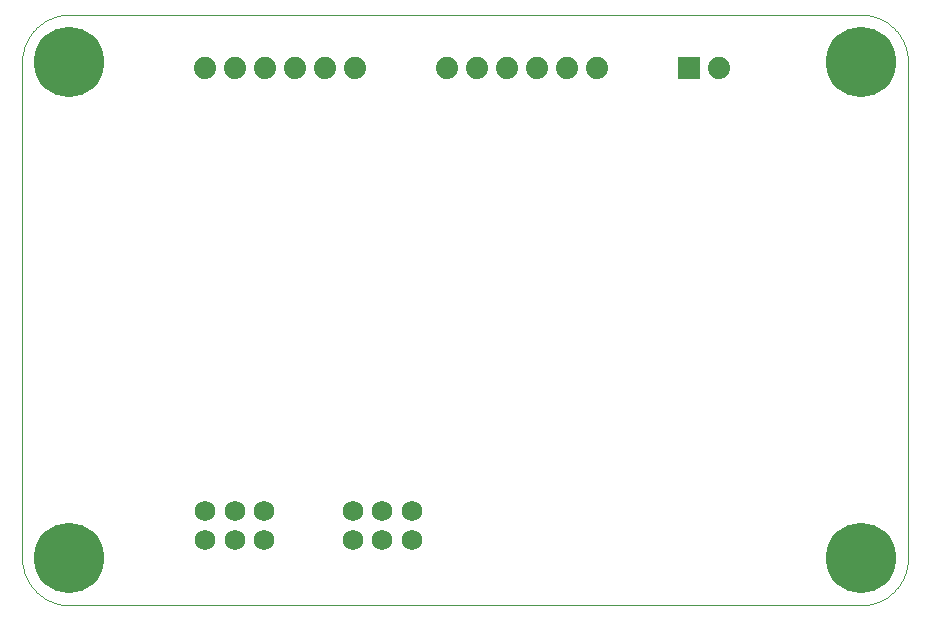
<source format=gbs>
G75*
%MOIN*%
%OFA0B0*%
%FSLAX25Y25*%
%IPPOS*%
%LPD*%
%AMOC8*
5,1,8,0,0,1.08239X$1,22.5*
%
%ADD10C,0.00000*%
%ADD11R,0.07400X0.07400*%
%ADD12C,0.07400*%
%ADD13C,0.23400*%
%ADD14C,0.06896*%
D10*
X0024622Y0042589D02*
X0288402Y0042589D01*
X0288783Y0042594D01*
X0289163Y0042607D01*
X0289543Y0042630D01*
X0289922Y0042663D01*
X0290300Y0042704D01*
X0290677Y0042754D01*
X0291053Y0042814D01*
X0291428Y0042882D01*
X0291800Y0042960D01*
X0292171Y0043047D01*
X0292539Y0043142D01*
X0292905Y0043247D01*
X0293268Y0043360D01*
X0293629Y0043482D01*
X0293986Y0043612D01*
X0294340Y0043752D01*
X0294691Y0043899D01*
X0295038Y0044056D01*
X0295381Y0044220D01*
X0295720Y0044393D01*
X0296055Y0044574D01*
X0296386Y0044763D01*
X0296711Y0044960D01*
X0297032Y0045164D01*
X0297348Y0045377D01*
X0297658Y0045597D01*
X0297964Y0045824D01*
X0298263Y0046059D01*
X0298557Y0046301D01*
X0298845Y0046549D01*
X0299127Y0046805D01*
X0299402Y0047068D01*
X0299671Y0047337D01*
X0299934Y0047612D01*
X0300190Y0047894D01*
X0300438Y0048182D01*
X0300680Y0048476D01*
X0300915Y0048775D01*
X0301142Y0049081D01*
X0301362Y0049391D01*
X0301575Y0049707D01*
X0301779Y0050028D01*
X0301976Y0050353D01*
X0302165Y0050684D01*
X0302346Y0051019D01*
X0302519Y0051358D01*
X0302683Y0051701D01*
X0302840Y0052048D01*
X0302987Y0052399D01*
X0303127Y0052753D01*
X0303257Y0053110D01*
X0303379Y0053471D01*
X0303492Y0053834D01*
X0303597Y0054200D01*
X0303692Y0054568D01*
X0303779Y0054939D01*
X0303857Y0055311D01*
X0303925Y0055686D01*
X0303985Y0056062D01*
X0304035Y0056439D01*
X0304076Y0056817D01*
X0304109Y0057196D01*
X0304132Y0057576D01*
X0304145Y0057956D01*
X0304150Y0058337D01*
X0304150Y0223691D01*
X0304145Y0224072D01*
X0304132Y0224452D01*
X0304109Y0224832D01*
X0304076Y0225211D01*
X0304035Y0225589D01*
X0303985Y0225966D01*
X0303925Y0226342D01*
X0303857Y0226717D01*
X0303779Y0227089D01*
X0303692Y0227460D01*
X0303597Y0227828D01*
X0303492Y0228194D01*
X0303379Y0228557D01*
X0303257Y0228918D01*
X0303127Y0229275D01*
X0302987Y0229629D01*
X0302840Y0229980D01*
X0302683Y0230327D01*
X0302519Y0230670D01*
X0302346Y0231009D01*
X0302165Y0231344D01*
X0301976Y0231675D01*
X0301779Y0232000D01*
X0301575Y0232321D01*
X0301362Y0232637D01*
X0301142Y0232947D01*
X0300915Y0233253D01*
X0300680Y0233552D01*
X0300438Y0233846D01*
X0300190Y0234134D01*
X0299934Y0234416D01*
X0299671Y0234691D01*
X0299402Y0234960D01*
X0299127Y0235223D01*
X0298845Y0235479D01*
X0298557Y0235727D01*
X0298263Y0235969D01*
X0297964Y0236204D01*
X0297658Y0236431D01*
X0297348Y0236651D01*
X0297032Y0236864D01*
X0296711Y0237068D01*
X0296386Y0237265D01*
X0296055Y0237454D01*
X0295720Y0237635D01*
X0295381Y0237808D01*
X0295038Y0237972D01*
X0294691Y0238129D01*
X0294340Y0238276D01*
X0293986Y0238416D01*
X0293629Y0238546D01*
X0293268Y0238668D01*
X0292905Y0238781D01*
X0292539Y0238886D01*
X0292171Y0238981D01*
X0291800Y0239068D01*
X0291428Y0239146D01*
X0291053Y0239214D01*
X0290677Y0239274D01*
X0290300Y0239324D01*
X0289922Y0239365D01*
X0289543Y0239398D01*
X0289163Y0239421D01*
X0288783Y0239434D01*
X0288402Y0239439D01*
X0024622Y0239439D01*
X0024241Y0239434D01*
X0023861Y0239421D01*
X0023481Y0239398D01*
X0023102Y0239365D01*
X0022724Y0239324D01*
X0022347Y0239274D01*
X0021971Y0239214D01*
X0021596Y0239146D01*
X0021224Y0239068D01*
X0020853Y0238981D01*
X0020485Y0238886D01*
X0020119Y0238781D01*
X0019756Y0238668D01*
X0019395Y0238546D01*
X0019038Y0238416D01*
X0018684Y0238276D01*
X0018333Y0238129D01*
X0017986Y0237972D01*
X0017643Y0237808D01*
X0017304Y0237635D01*
X0016969Y0237454D01*
X0016638Y0237265D01*
X0016313Y0237068D01*
X0015992Y0236864D01*
X0015676Y0236651D01*
X0015366Y0236431D01*
X0015060Y0236204D01*
X0014761Y0235969D01*
X0014467Y0235727D01*
X0014179Y0235479D01*
X0013897Y0235223D01*
X0013622Y0234960D01*
X0013353Y0234691D01*
X0013090Y0234416D01*
X0012834Y0234134D01*
X0012586Y0233846D01*
X0012344Y0233552D01*
X0012109Y0233253D01*
X0011882Y0232947D01*
X0011662Y0232637D01*
X0011449Y0232321D01*
X0011245Y0232000D01*
X0011048Y0231675D01*
X0010859Y0231344D01*
X0010678Y0231009D01*
X0010505Y0230670D01*
X0010341Y0230327D01*
X0010184Y0229980D01*
X0010037Y0229629D01*
X0009897Y0229275D01*
X0009767Y0228918D01*
X0009645Y0228557D01*
X0009532Y0228194D01*
X0009427Y0227828D01*
X0009332Y0227460D01*
X0009245Y0227089D01*
X0009167Y0226717D01*
X0009099Y0226342D01*
X0009039Y0225966D01*
X0008989Y0225589D01*
X0008948Y0225211D01*
X0008915Y0224832D01*
X0008892Y0224452D01*
X0008879Y0224072D01*
X0008874Y0223691D01*
X0008874Y0058337D01*
X0008879Y0057956D01*
X0008892Y0057576D01*
X0008915Y0057196D01*
X0008948Y0056817D01*
X0008989Y0056439D01*
X0009039Y0056062D01*
X0009099Y0055686D01*
X0009167Y0055311D01*
X0009245Y0054939D01*
X0009332Y0054568D01*
X0009427Y0054200D01*
X0009532Y0053834D01*
X0009645Y0053471D01*
X0009767Y0053110D01*
X0009897Y0052753D01*
X0010037Y0052399D01*
X0010184Y0052048D01*
X0010341Y0051701D01*
X0010505Y0051358D01*
X0010678Y0051019D01*
X0010859Y0050684D01*
X0011048Y0050353D01*
X0011245Y0050028D01*
X0011449Y0049707D01*
X0011662Y0049391D01*
X0011882Y0049081D01*
X0012109Y0048775D01*
X0012344Y0048476D01*
X0012586Y0048182D01*
X0012834Y0047894D01*
X0013090Y0047612D01*
X0013353Y0047337D01*
X0013622Y0047068D01*
X0013897Y0046805D01*
X0014179Y0046549D01*
X0014467Y0046301D01*
X0014761Y0046059D01*
X0015060Y0045824D01*
X0015366Y0045597D01*
X0015676Y0045377D01*
X0015992Y0045164D01*
X0016313Y0044960D01*
X0016638Y0044763D01*
X0016969Y0044574D01*
X0017304Y0044393D01*
X0017643Y0044220D01*
X0017986Y0044056D01*
X0018333Y0043899D01*
X0018684Y0043752D01*
X0019038Y0043612D01*
X0019395Y0043482D01*
X0019756Y0043360D01*
X0020119Y0043247D01*
X0020485Y0043142D01*
X0020853Y0043047D01*
X0021224Y0042960D01*
X0021596Y0042882D01*
X0021971Y0042814D01*
X0022347Y0042754D01*
X0022724Y0042704D01*
X0023102Y0042663D01*
X0023481Y0042630D01*
X0023861Y0042607D01*
X0024241Y0042594D01*
X0024622Y0042589D01*
D11*
X0231315Y0221722D03*
D12*
X0241315Y0221722D03*
X0200606Y0221722D03*
X0190606Y0221722D03*
X0180606Y0221722D03*
X0170606Y0221722D03*
X0160606Y0221722D03*
X0150606Y0221722D03*
X0119898Y0221722D03*
X0109898Y0221722D03*
X0099898Y0221722D03*
X0089898Y0221722D03*
X0079898Y0221722D03*
X0069898Y0221722D03*
D13*
X0024622Y0223691D03*
X0024622Y0058337D03*
X0288402Y0058337D03*
X0288402Y0223691D03*
D14*
X0138795Y0074085D03*
X0128953Y0074085D03*
X0119110Y0074085D03*
X0119110Y0064242D03*
X0128953Y0064242D03*
X0138795Y0064242D03*
X0089583Y0064242D03*
X0079740Y0064242D03*
X0069898Y0064242D03*
X0069898Y0074085D03*
X0079740Y0074085D03*
X0089583Y0074085D03*
M02*

</source>
